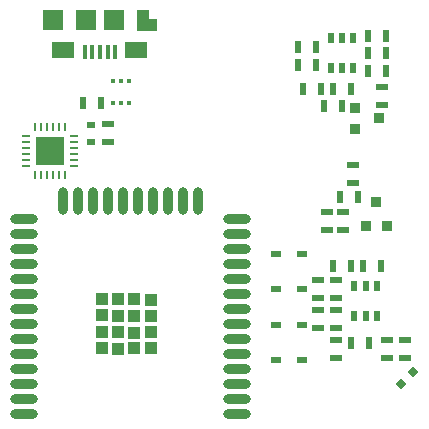
<source format=gbp>
G04 #@! TF.GenerationSoftware,KiCad,Pcbnew,(6.0.2-0)*
G04 #@! TF.CreationDate,2022-07-16T10:45:31+02:00*
G04 #@! TF.ProjectId,Crazyflie contol board,4372617a-7966-46c6-9965-20636f6e746f,2.2*
G04 #@! TF.SameCoordinates,Original*
G04 #@! TF.FileFunction,Paste,Bot*
G04 #@! TF.FilePolarity,Positive*
%FSLAX46Y46*%
G04 Gerber Fmt 4.6, Leading zero omitted, Abs format (unit mm)*
G04 Created by KiCad (PCBNEW (6.0.2-0)) date 2022-07-16 10:45:31*
%MOMM*%
%LPD*%
G01*
G04 APERTURE LIST*
G04 Aperture macros list*
%AMRotRect*
0 Rectangle, with rotation*
0 The origin of the aperture is its center*
0 $1 length*
0 $2 width*
0 $3 Rotation angle, in degrees counterclockwise*
0 Add horizontal line*
21,1,$1,$2,0,0,$3*%
G04 Aperture macros list end*
%ADD10R,0.612038X0.899770*%
%ADD11R,0.899770X0.514502*%
%ADD12R,0.548640X1.036320*%
%ADD13R,1.036320X0.548640*%
%ADD14R,0.321868X0.426720*%
%ADD15R,1.667866X1.762964*%
%ADD16R,1.762964X1.762964*%
%ADD17R,1.667866X0.994868*%
%ADD18R,1.955596X1.475232*%
%ADD19R,1.089964X1.762964*%
%ADD20R,0.321868X1.282598*%
%ADD21R,0.816864X0.816864*%
%ADD22RotRect,0.704698X0.704698X225.000000*%
%ADD23O,2.339040X0.803040*%
%ADD24O,0.803040X2.339040*%
%ADD25R,1.091040X1.091040*%
%ADD26R,0.707040X0.515040*%
%ADD27R,0.227040X0.707040*%
%ADD28R,0.755040X0.227040*%
%ADD29R,2.387040X2.387040*%
G04 APERTURE END LIST*
D10*
X150947120Y-90271600D03*
X149994620Y-90271600D03*
X149042120Y-90271600D03*
X149042120Y-87731600D03*
X149994620Y-87731600D03*
X150947120Y-87731600D03*
X151046180Y-108734860D03*
X151998680Y-108734860D03*
X152951180Y-108734860D03*
X152951180Y-111274860D03*
X151998680Y-111274860D03*
X151046180Y-111274860D03*
D11*
X146598640Y-106004360D03*
X144399000Y-106004360D03*
X146598640Y-109004100D03*
X144399000Y-109004100D03*
X146598640Y-112003840D03*
X144399000Y-112003840D03*
X146598640Y-115003580D03*
X144399000Y-115003580D03*
D12*
X153761440Y-89001600D03*
X152237440Y-89001600D03*
X152237440Y-87503000D03*
X153761440Y-87503000D03*
X150756620Y-92001340D03*
X149232620Y-92001340D03*
X147761960Y-90002360D03*
X146237960Y-90002360D03*
X150738840Y-113502440D03*
X152262840Y-113502440D03*
X128038860Y-93202760D03*
X129562860Y-93202760D03*
D13*
X149499320Y-113243360D03*
X149499320Y-114767360D03*
D12*
X153261060Y-107005120D03*
X151737060Y-107005120D03*
D13*
X150898860Y-99961700D03*
X150898860Y-98437700D03*
X153830020Y-113240820D03*
X153830020Y-114764820D03*
X148699220Y-102440740D03*
X148699220Y-103964740D03*
X130200000Y-96512000D03*
X130200000Y-94988000D03*
D12*
X146738340Y-92003880D03*
X148262340Y-92003880D03*
X146237960Y-88503760D03*
X147761960Y-88503760D03*
X149961600Y-93502480D03*
X148437600Y-93502480D03*
X152237440Y-90502740D03*
X153761440Y-90502740D03*
D13*
X149499320Y-110744000D03*
X149499320Y-112268000D03*
X148000720Y-108242100D03*
X148000720Y-109766100D03*
X149499320Y-109766100D03*
X149499320Y-108242100D03*
X147998180Y-112268000D03*
X147998180Y-110744000D03*
D12*
X149237700Y-107005120D03*
X150761700Y-107005120D03*
X151361140Y-101201220D03*
X149837140Y-101201220D03*
D13*
X150098760Y-103964740D03*
X150098760Y-102440740D03*
D14*
X131950460Y-93253560D03*
X131300220Y-93253560D03*
X130649980Y-93253560D03*
X130649980Y-91353640D03*
X131300220Y-91353640D03*
X131950460Y-91353640D03*
D15*
X125498860Y-86202520D03*
D16*
X130698240Y-86202520D03*
D17*
X133449060Y-86601300D03*
D18*
X126400560Y-88752680D03*
X132598160Y-88752680D03*
D19*
X133149340Y-86202520D03*
D16*
X128300480Y-86202520D03*
D20*
X128198880Y-88902540D03*
X128849120Y-88902540D03*
X129499360Y-88902540D03*
X130149600Y-88902540D03*
X130799840Y-88902540D03*
D13*
X153400760Y-91841320D03*
X153400760Y-93365320D03*
D21*
X152900380Y-101587300D03*
X153789380Y-103619300D03*
X152011380Y-103619300D03*
X153116280Y-94503240D03*
X151084280Y-95392240D03*
X151084280Y-93614240D03*
D22*
X156028635Y-115972345D03*
X154968965Y-117032015D03*
D13*
X155300680Y-114764820D03*
X155300680Y-113240820D03*
D23*
X123080000Y-119550000D03*
X123080000Y-118280000D03*
X123080000Y-117010000D03*
X123080000Y-115740000D03*
X123080000Y-114470000D03*
X123080000Y-113200000D03*
X123080000Y-111930000D03*
X123080000Y-110660000D03*
X123080000Y-109390000D03*
X123080000Y-108120000D03*
X123080000Y-106850000D03*
X123080000Y-105580000D03*
X123080000Y-104310000D03*
X123080000Y-103040000D03*
D24*
X126365000Y-101550000D03*
X127635000Y-101550000D03*
X128905000Y-101550000D03*
X130175000Y-101550000D03*
X131445000Y-101550000D03*
X132715000Y-101550000D03*
X133985000Y-101550000D03*
X135255000Y-101550000D03*
X136525000Y-101550000D03*
X137795000Y-101550000D03*
D23*
X141080000Y-103040000D03*
X141080000Y-104310000D03*
X141080000Y-105580000D03*
X141080000Y-106850000D03*
X141080000Y-108120000D03*
X141080000Y-109390000D03*
X141080000Y-110660000D03*
X141080000Y-111930000D03*
X141080000Y-113200000D03*
X141080000Y-114470000D03*
X141080000Y-115740000D03*
X141080000Y-117010000D03*
X141080000Y-118280000D03*
X141080000Y-119550000D03*
D25*
X133802120Y-112638840D03*
X132407660Y-112659160D03*
X131025900Y-111244380D03*
X133812280Y-111269780D03*
X129667000Y-109788960D03*
X129644140Y-112636300D03*
X133822440Y-109855000D03*
X131058920Y-109821980D03*
X132397500Y-113974880D03*
X129677160Y-111188500D03*
X133789420Y-113952020D03*
X131015740Y-114007900D03*
X132420360Y-111274860D03*
X131015740Y-112646460D03*
X129646680Y-113985040D03*
X132430520Y-109832140D03*
D26*
X128750000Y-96477280D03*
X128750000Y-95077280D03*
D27*
X124022800Y-95287080D03*
X124522800Y-95287080D03*
X125022800Y-95287080D03*
X125522800Y-95287080D03*
X126022800Y-95287080D03*
X126522800Y-95287080D03*
D28*
X127272800Y-96037080D03*
X127272800Y-96537080D03*
X127272800Y-97037080D03*
X127272800Y-97537080D03*
X127272800Y-98037080D03*
X127272800Y-98537080D03*
D27*
X126522800Y-99287080D03*
X126022800Y-99287080D03*
X125522800Y-99287080D03*
X125022800Y-99287080D03*
X124522800Y-99287080D03*
X124022800Y-99287080D03*
D28*
X123272800Y-98537080D03*
X123272800Y-98037080D03*
X123272800Y-97537080D03*
X123272800Y-97037080D03*
X123272800Y-96537080D03*
X123272800Y-96037080D03*
D29*
X125272800Y-97287080D03*
M02*

</source>
